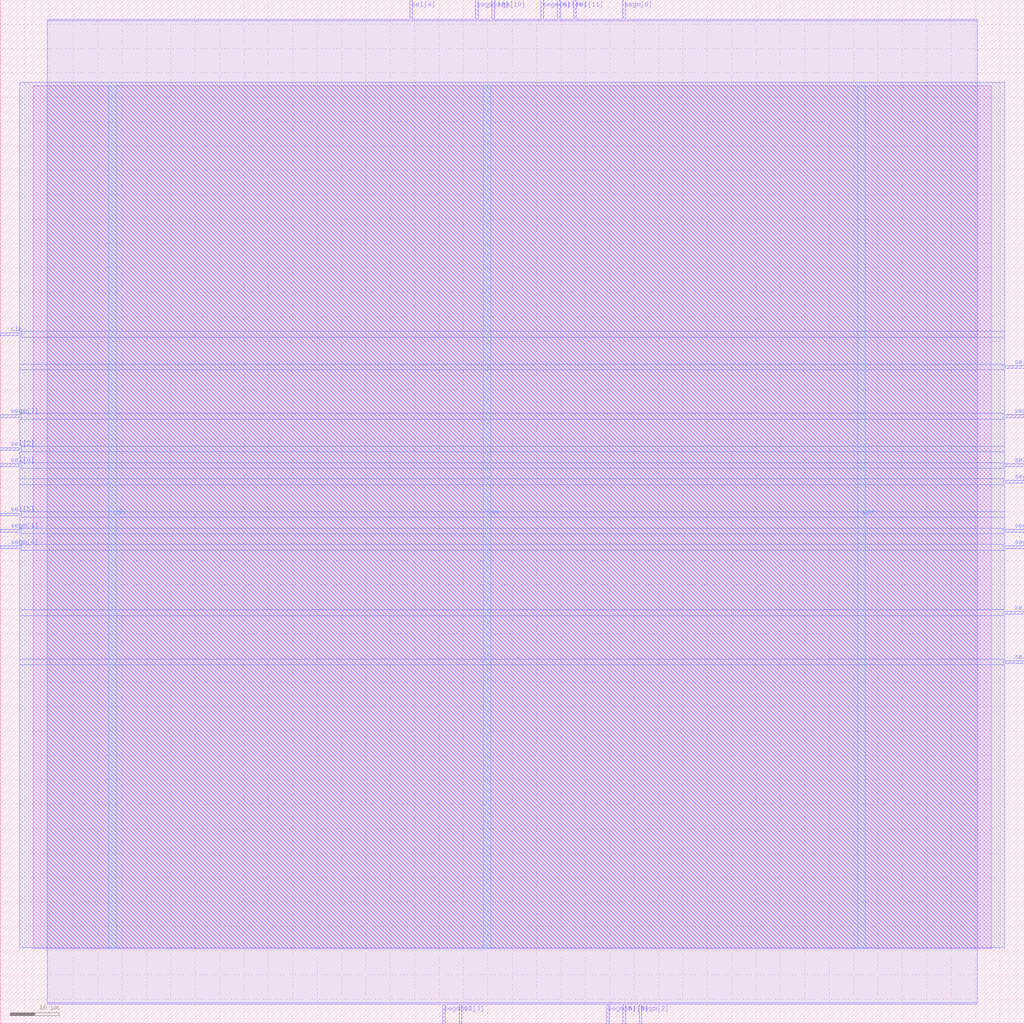
<source format=lef>
VERSION 5.7 ;
  NOWIREEXTENSIONATPIN ON ;
  DIVIDERCHAR "/" ;
  BUSBITCHARS "[]" ;
MACRO ita22
  CLASS BLOCK ;
  FOREIGN ita22 ;
  ORIGIN 0.000 0.000 ;
  SIZE 210.000 BY 210.000 ;
  PIN clk
    DIRECTION INPUT ;
    USE SIGNAL ;
    ANTENNAGATEAREA 4.738000 ;
    ANTENNADIFFAREA 0.410400 ;
    PORT
      LAYER Metal3 ;
        RECT 0.000 141.120 4.000 141.680 ;
    END
  END clk
  PIN segm[0]
    DIRECTION OUTPUT TRISTATE ;
    USE SIGNAL ;
    ANTENNADIFFAREA 4.731200 ;
    PORT
      LAYER Metal2 ;
        RECT 110.880 206.000 111.440 210.000 ;
    END
  END segm[0]
  PIN segm[10]
    DIRECTION OUTPUT TRISTATE ;
    USE SIGNAL ;
    ANTENNADIFFAREA 4.731200 ;
    PORT
      LAYER Metal2 ;
        RECT 100.800 206.000 101.360 210.000 ;
    END
  END segm[10]
  PIN segm[11]
    DIRECTION OUTPUT TRISTATE ;
    USE SIGNAL ;
    ANTENNADIFFAREA 4.731200 ;
    PORT
      LAYER Metal3 ;
        RECT 206.000 100.800 210.000 101.360 ;
    END
  END segm[11]
  PIN segm[12]
    DIRECTION OUTPUT TRISTATE ;
    USE SIGNAL ;
    ANTENNADIFFAREA 4.731200 ;
    PORT
      LAYER Metal2 ;
        RECT 90.720 0.000 91.280 4.000 ;
    END
  END segm[12]
  PIN segm[13]
    DIRECTION OUTPUT TRISTATE ;
    USE SIGNAL ;
    ANTENNADIFFAREA 4.731200 ;
    PORT
      LAYER Metal2 ;
        RECT 97.440 206.000 98.000 210.000 ;
    END
  END segm[13]
  PIN segm[1]
    DIRECTION OUTPUT TRISTATE ;
    USE SIGNAL ;
    ANTENNADIFFAREA 4.731200 ;
    PORT
      LAYER Metal3 ;
        RECT 0.000 100.800 4.000 101.360 ;
    END
  END segm[1]
  PIN segm[2]
    DIRECTION OUTPUT TRISTATE ;
    USE SIGNAL ;
    ANTENNADIFFAREA 4.731200 ;
    PORT
      LAYER Metal2 ;
        RECT 131.040 0.000 131.600 4.000 ;
    END
  END segm[2]
  PIN segm[3]
    DIRECTION OUTPUT TRISTATE ;
    USE SIGNAL ;
    ANTENNADIFFAREA 4.731200 ;
    PORT
      LAYER Metal3 ;
        RECT 206.000 97.440 210.000 98.000 ;
    END
  END segm[3]
  PIN segm[4]
    DIRECTION OUTPUT TRISTATE ;
    USE SIGNAL ;
    ANTENNADIFFAREA 4.731200 ;
    PORT
      LAYER Metal3 ;
        RECT 0.000 97.440 4.000 98.000 ;
    END
  END segm[4]
  PIN segm[5]
    DIRECTION OUTPUT TRISTATE ;
    USE SIGNAL ;
    ANTENNADIFFAREA 4.731200 ;
    PORT
      LAYER Metal2 ;
        RECT 124.320 0.000 124.880 4.000 ;
    END
  END segm[5]
  PIN segm[6]
    DIRECTION OUTPUT TRISTATE ;
    USE SIGNAL ;
    ANTENNADIFFAREA 4.731200 ;
    PORT
      LAYER Metal3 ;
        RECT 206.000 110.880 210.000 111.440 ;
    END
  END segm[6]
  PIN segm[7]
    DIRECTION OUTPUT TRISTATE ;
    USE SIGNAL ;
    ANTENNADIFFAREA 4.731200 ;
    PORT
      LAYER Metal3 ;
        RECT 0.000 124.320 4.000 124.880 ;
    END
  END segm[7]
  PIN segm[8]
    DIRECTION OUTPUT TRISTATE ;
    USE SIGNAL ;
    ANTENNADIFFAREA 4.731200 ;
    PORT
      LAYER Metal2 ;
        RECT 127.680 206.000 128.240 210.000 ;
    END
  END segm[8]
  PIN segm[9]
    DIRECTION OUTPUT TRISTATE ;
    USE SIGNAL ;
    ANTENNADIFFAREA 4.731200 ;
    PORT
      LAYER Metal3 ;
        RECT 206.000 124.320 210.000 124.880 ;
    END
  END segm[9]
  PIN sel[0]
    DIRECTION OUTPUT TRISTATE ;
    USE SIGNAL ;
    ANTENNADIFFAREA 4.731200 ;
    PORT
      LAYER Metal3 ;
        RECT 0.000 114.240 4.000 114.800 ;
    END
  END sel[0]
  PIN sel[10]
    DIRECTION OUTPUT TRISTATE ;
    USE SIGNAL ;
    ANTENNADIFFAREA 4.731200 ;
    PORT
      LAYER Metal2 ;
        RECT 114.240 206.000 114.800 210.000 ;
    END
  END sel[10]
  PIN sel[11]
    DIRECTION OUTPUT TRISTATE ;
    USE SIGNAL ;
    ANTENNADIFFAREA 4.731200 ;
    PORT
      LAYER Metal2 ;
        RECT 117.600 206.000 118.160 210.000 ;
    END
  END sel[11]
  PIN sel[1]
    DIRECTION OUTPUT TRISTATE ;
    USE SIGNAL ;
    ANTENNADIFFAREA 4.731200 ;
    PORT
      LAYER Metal3 ;
        RECT 206.000 73.920 210.000 74.480 ;
    END
  END sel[1]
  PIN sel[2]
    DIRECTION OUTPUT TRISTATE ;
    USE SIGNAL ;
    ANTENNADIFFAREA 4.731200 ;
    PORT
      LAYER Metal3 ;
        RECT 0.000 117.600 4.000 118.160 ;
    END
  END sel[2]
  PIN sel[3]
    DIRECTION OUTPUT TRISTATE ;
    USE SIGNAL ;
    ANTENNADIFFAREA 4.731200 ;
    PORT
      LAYER Metal2 ;
        RECT 94.080 0.000 94.640 4.000 ;
    END
  END sel[3]
  PIN sel[4]
    DIRECTION OUTPUT TRISTATE ;
    USE SIGNAL ;
    ANTENNADIFFAREA 4.731200 ;
    PORT
      LAYER Metal2 ;
        RECT 84.000 206.000 84.560 210.000 ;
    END
  END sel[4]
  PIN sel[5]
    DIRECTION OUTPUT TRISTATE ;
    USE SIGNAL ;
    ANTENNADIFFAREA 4.731200 ;
    PORT
      LAYER Metal3 ;
        RECT 0.000 104.160 4.000 104.720 ;
    END
  END sel[5]
  PIN sel[6]
    DIRECTION OUTPUT TRISTATE ;
    USE SIGNAL ;
    ANTENNADIFFAREA 4.731200 ;
    PORT
      LAYER Metal2 ;
        RECT 127.680 0.000 128.240 4.000 ;
    END
  END sel[6]
  PIN sel[7]
    DIRECTION OUTPUT TRISTATE ;
    USE SIGNAL ;
    ANTENNADIFFAREA 4.731200 ;
    PORT
      LAYER Metal3 ;
        RECT 206.000 84.000 210.000 84.560 ;
    END
  END sel[7]
  PIN sel[8]
    DIRECTION OUTPUT TRISTATE ;
    USE SIGNAL ;
    ANTENNADIFFAREA 4.731200 ;
    PORT
      LAYER Metal3 ;
        RECT 206.000 134.400 210.000 134.960 ;
    END
  END sel[8]
  PIN sel[9]
    DIRECTION OUTPUT TRISTATE ;
    USE SIGNAL ;
    ANTENNADIFFAREA 4.731200 ;
    PORT
      LAYER Metal3 ;
        RECT 206.000 114.240 210.000 114.800 ;
    END
  END sel[9]
  PIN vdd
    DIRECTION INOUT ;
    USE POWER ;
    PORT
      LAYER Metal4 ;
        RECT 22.240 15.380 23.840 192.380 ;
    END
    PORT
      LAYER Metal4 ;
        RECT 175.840 15.380 177.440 192.380 ;
    END
  END vdd
  PIN vss
    DIRECTION INOUT ;
    USE GROUND ;
    PORT
      LAYER Metal4 ;
        RECT 99.040 15.380 100.640 192.380 ;
    END
  END vss
  OBS
      LAYER Metal1 ;
        RECT 6.720 15.380 203.280 192.380 ;
      LAYER Metal2 ;
        RECT 9.660 205.700 83.700 206.000 ;
        RECT 84.860 205.700 97.140 206.000 ;
        RECT 98.300 205.700 100.500 206.000 ;
        RECT 101.660 205.700 110.580 206.000 ;
        RECT 111.740 205.700 113.940 206.000 ;
        RECT 115.100 205.700 117.300 206.000 ;
        RECT 118.460 205.700 127.380 206.000 ;
        RECT 128.540 205.700 200.340 206.000 ;
        RECT 9.660 4.300 200.340 205.700 ;
        RECT 9.660 4.000 90.420 4.300 ;
        RECT 91.580 4.000 93.780 4.300 ;
        RECT 94.940 4.000 124.020 4.300 ;
        RECT 125.180 4.000 127.380 4.300 ;
        RECT 128.540 4.000 130.740 4.300 ;
        RECT 131.900 4.000 200.340 4.300 ;
      LAYER Metal3 ;
        RECT 4.000 141.980 206.000 193.060 ;
        RECT 4.300 140.820 206.000 141.980 ;
        RECT 4.000 135.260 206.000 140.820 ;
        RECT 4.000 134.100 205.700 135.260 ;
        RECT 4.000 125.180 206.000 134.100 ;
        RECT 4.300 124.020 205.700 125.180 ;
        RECT 4.000 118.460 206.000 124.020 ;
        RECT 4.300 117.300 206.000 118.460 ;
        RECT 4.000 115.100 206.000 117.300 ;
        RECT 4.300 113.940 205.700 115.100 ;
        RECT 4.000 111.740 206.000 113.940 ;
        RECT 4.000 110.580 205.700 111.740 ;
        RECT 4.000 105.020 206.000 110.580 ;
        RECT 4.300 103.860 206.000 105.020 ;
        RECT 4.000 101.660 206.000 103.860 ;
        RECT 4.300 100.500 205.700 101.660 ;
        RECT 4.000 98.300 206.000 100.500 ;
        RECT 4.300 97.140 205.700 98.300 ;
        RECT 4.000 84.860 206.000 97.140 ;
        RECT 4.000 83.700 205.700 84.860 ;
        RECT 4.000 74.780 206.000 83.700 ;
        RECT 4.000 73.620 205.700 74.780 ;
        RECT 4.000 15.540 206.000 73.620 ;
  END
END ita22
END LIBRARY


</source>
